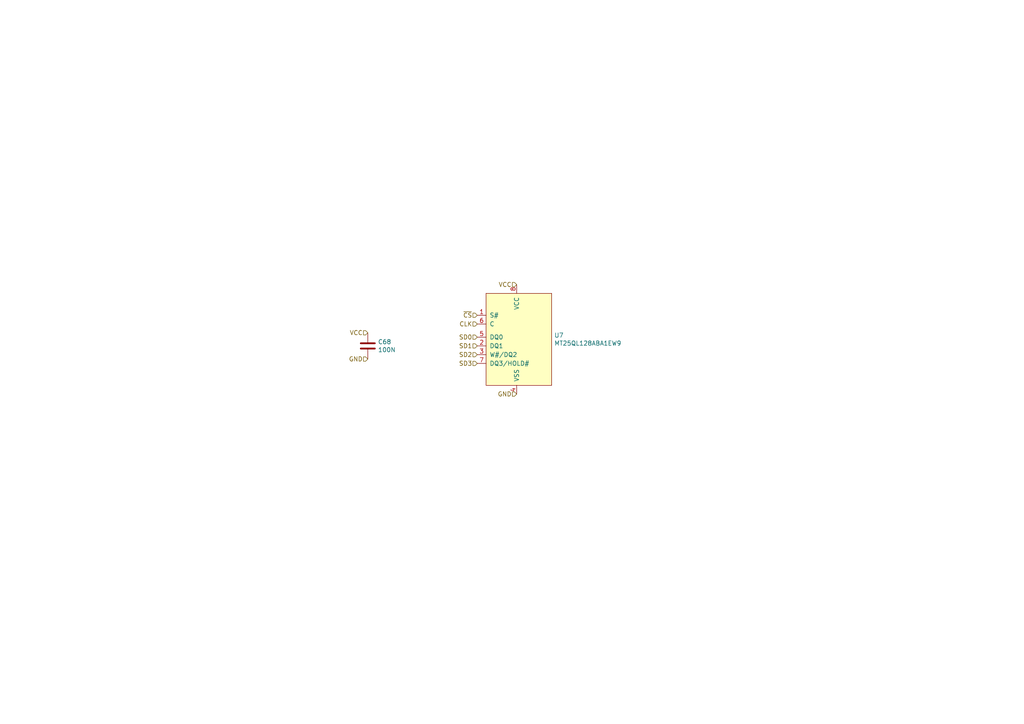
<source format=kicad_sch>
(kicad_sch (version 20211123) (generator eeschema)
  (paper "A4")
  (lib_symbols
    (symbol "Device:C" (pin_numbers hide) (pin_names (offset 0.254))
      (property "Reference" "C" (at 0.635 2.54 0))
      (property "Value" "C" (at 0.635 -2.54 0))
      (symbol "C_0_1"
        (polyline (pts (xy -2.032 -0.762) (xy 2.032 -0.762)) (stroke (width 0.508)))
        (polyline (pts (xy -2.032 0.762) (xy 2.032 0.762)) (stroke (width 0.508)))
      )
      (symbol "C_1_1"
        (pin passive line (at 0 3.81 270) (length 2.794) (name "~") (number "1"))
        (pin passive line (at 0 -3.81 90) (length 2.794) (name "~") (number "2"))
      )
    )
    (symbol "william_storage:MT25QL128ABA1EW9" (pin_names (offset 1.016))
      (property "Reference" "U" (at 8.89 16.51 0))
      (property "Value" "MT25QL128ABA1EW9" (at 10.16 13.97 0))
      (symbol "MT25QL128ABA1EW9_0_0"
        (pin input line (at -11.43 6.35 0) (length 2.54) (name "S#") (number "1"))
        (pin input line (at -11.43 -2.54 0) (length 2.54) (name "DQ1") (number "2"))
        (pin input line (at -11.43 -5.08 0) (length 2.54) (name "W#/DQ2") (number "3"))
        (pin power_in line (at 0 -16.51 90) (length 2.54) (name "VSS") (number "4"))
        (pin input line (at -11.43 0 0) (length 2.54) (name "DQ0") (number "5"))
        (pin input line (at -11.43 3.81 0) (length 2.54) (name "C") (number "6"))
        (pin input line (at -11.43 -7.62 0) (length 2.54) (name "DQ3/HOLD#") (number "7"))
        (pin power_in line (at 0 15.24 270) (length 2.54) (name "VCC") (number "8"))
        (pin passive line (at 0 -16.51 90) (length 2.54) hide (name "VSS") (number "9"))
      )
      (symbol "MT25QL128ABA1EW9_0_1"
        (rectangle (start -8.89 12.7) (end 10.16 -13.97) (fill (type background)))
      )
    )
  )
  (hierarchical_label "VCC" (shape input) (at 149.86 82.55 180))
  (hierarchical_label "SD2" (shape input) (at 138.43 102.87 180))
  (hierarchical_label "~{CS}" (shape input) (at 138.43 91.44 180))
  (hierarchical_label "CLK" (shape input) (at 138.43 93.98 180))
  (hierarchical_label "SD3" (shape input) (at 138.43 105.41 180))
  (hierarchical_label "VCC" (shape input) (at 106.68 96.52 180))
  (hierarchical_label "GND" (shape input) (at 149.86 114.3 180))
  (hierarchical_label "SD0" (shape input) (at 138.43 97.79 180))
  (hierarchical_label "GND" (shape input) (at 106.68 104.14 180))
  (hierarchical_label "SD1" (shape input) (at 138.43 100.33 180))
  (symbol (lib_id "william_storage:MT25QL128ABA1EW9") (at 149.86 97.79 0) (unit 1)
    (property "Reference" "U7" (at 160.7312 97.2566 0) (effects (justify left)))
    (property "Value" "MT25QL128ABA1EW9" (at 160.7312 99.568 0) (effects (justify left)))
    (property "Footprint" "william_storage:W-PDFN-8" (effects hide))
    (property "Datasheet" "https://media-www.micron.com/-/media/client/global/documents/products/data-sheet/nor-flash/serial-nor/mt25q/die-rev-a/mt25q_qlhs_l_128_aba_0.pdf" (effects hide))
  )
  (symbol (lib_id "Device:C") (at 106.68 100.33 0) (unit 1)
    (property "Reference" "C68" (at 109.601 99.1616 0) (effects (justify left)))
    (property "Value" "100N" (at 109.601 101.473 0) (effects (justify left)))
    (property "Footprint" "Capacitor_SMD:C_0603_1608Metric" (effects hide))
  )
)
</source>
